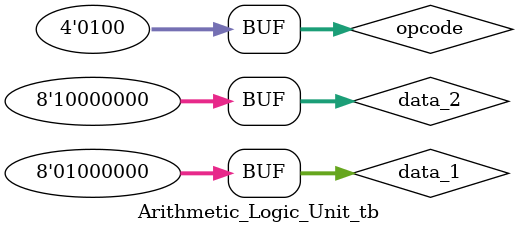
<source format=v>
`define NOP     4'b0000 
`define ADD     4'b0001
`define SUB     4'b0010
`define AND     4'b0011
`define NOT     4'b0100
`define RD      4'b0101
`define WR      4'b0110
`define BR      4'b0111
`define BRZ     4'b1000
module Arithmetic_Logic_Unit(
    output reg [7:0] ALU_out,
    output ALU_Zflag,
    input [7:0] data_1, data_2,
    input [3:0] opcode
);
    
    assign ALU_Zflag = ~|ALU_out; //reduction nor
    always @(opcode or data_1 or data_2) begin
        case(opcode)
            `ADD :      ALU_out = data_2 + data_1;
            `SUB :      ALU_out = data_2 - data_1;
            `AND :      ALU_out = data_1 & data_2;
            `NOT :      ALU_out = ~ data_1;
            default :   ALU_out = 0;
        endcase
    end
endmodule 

module Arithmetic_Logic_Unit_tb;
    reg [7:0] data_1, data_2;
    reg [3:0] opcode;
    wire[7:0] out;
    wire      Zflag;            
    Arithmetic_Logic_Unit ALU(out, Zflag, data_1, data_2, opcode);
    initial begin
        #0 data_1 = 64; data_2 = 128; opcode = `NOP;
        // 64 =  01000000
        // 128 = 10000000
        #5 opcode = `ADD; //result should be 192
        #5 opcode = `SUB; //result should be 64
        #5 opcode = `AND; //result should be 0
        #5 opcode = `NOT; //result should be 127
    end
endmodule
</source>
